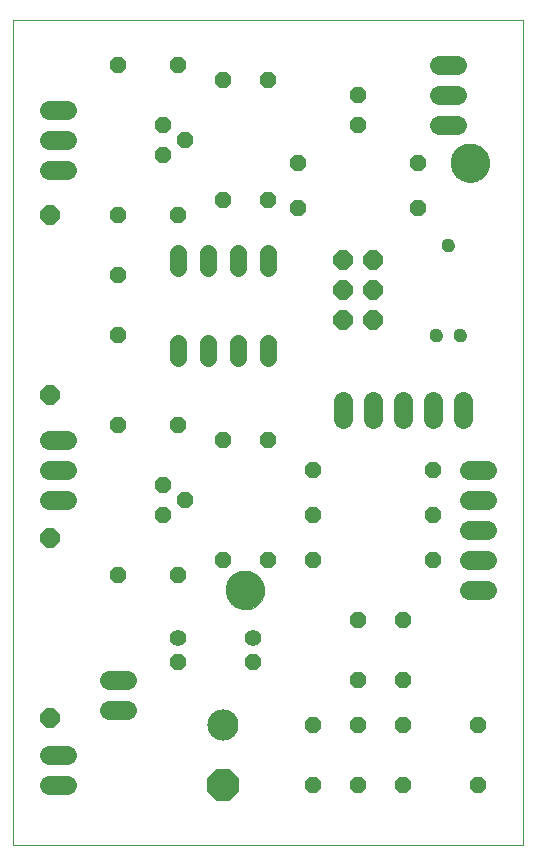
<source format=gbs>
G75*
G70*
%OFA0B0*%
%FSLAX24Y24*%
%IPPOS*%
%LPD*%
%AMOC8*
5,1,8,0,0,1.08239X$1,22.5*
%
%ADD10C,0.0000*%
%ADD11C,0.1300*%
%ADD12C,0.0640*%
%ADD13C,0.1040*%
%ADD14OC8,0.1040*%
%ADD15OC8,0.0560*%
%ADD16C,0.0560*%
%ADD17C,0.0560*%
%ADD18OC8,0.0640*%
%ADD19C,0.0440*%
D10*
X003003Y000151D02*
X003003Y027651D01*
X020003Y027651D01*
X019996Y000151D01*
X003003Y000151D01*
X010123Y008651D02*
X010125Y008701D01*
X010131Y008751D01*
X010141Y008800D01*
X010155Y008848D01*
X010172Y008895D01*
X010193Y008940D01*
X010218Y008984D01*
X010246Y009025D01*
X010278Y009064D01*
X010312Y009101D01*
X010349Y009135D01*
X010389Y009165D01*
X010431Y009192D01*
X010475Y009216D01*
X010521Y009237D01*
X010568Y009253D01*
X010616Y009266D01*
X010666Y009275D01*
X010715Y009280D01*
X010766Y009281D01*
X010816Y009278D01*
X010865Y009271D01*
X010914Y009260D01*
X010962Y009245D01*
X011008Y009227D01*
X011053Y009205D01*
X011096Y009179D01*
X011137Y009150D01*
X011176Y009118D01*
X011212Y009083D01*
X011244Y009045D01*
X011274Y009005D01*
X011301Y008962D01*
X011324Y008918D01*
X011343Y008872D01*
X011359Y008824D01*
X011371Y008775D01*
X011379Y008726D01*
X011383Y008676D01*
X011383Y008626D01*
X011379Y008576D01*
X011371Y008527D01*
X011359Y008478D01*
X011343Y008430D01*
X011324Y008384D01*
X011301Y008340D01*
X011274Y008297D01*
X011244Y008257D01*
X011212Y008219D01*
X011176Y008184D01*
X011137Y008152D01*
X011096Y008123D01*
X011053Y008097D01*
X011008Y008075D01*
X010962Y008057D01*
X010914Y008042D01*
X010865Y008031D01*
X010816Y008024D01*
X010766Y008021D01*
X010715Y008022D01*
X010666Y008027D01*
X010616Y008036D01*
X010568Y008049D01*
X010521Y008065D01*
X010475Y008086D01*
X010431Y008110D01*
X010389Y008137D01*
X010349Y008167D01*
X010312Y008201D01*
X010278Y008238D01*
X010246Y008277D01*
X010218Y008318D01*
X010193Y008362D01*
X010172Y008407D01*
X010155Y008454D01*
X010141Y008502D01*
X010131Y008551D01*
X010125Y008601D01*
X010123Y008651D01*
X016903Y017151D02*
X016905Y017179D01*
X016911Y017206D01*
X016920Y017232D01*
X016933Y017257D01*
X016950Y017280D01*
X016969Y017300D01*
X016991Y017317D01*
X017015Y017331D01*
X017041Y017341D01*
X017068Y017348D01*
X017096Y017351D01*
X017124Y017350D01*
X017151Y017345D01*
X017178Y017336D01*
X017203Y017324D01*
X017226Y017309D01*
X017247Y017290D01*
X017265Y017269D01*
X017280Y017245D01*
X017291Y017219D01*
X017299Y017193D01*
X017303Y017165D01*
X017303Y017137D01*
X017299Y017109D01*
X017291Y017083D01*
X017280Y017057D01*
X017265Y017033D01*
X017247Y017012D01*
X017226Y016993D01*
X017203Y016978D01*
X017178Y016966D01*
X017151Y016957D01*
X017124Y016952D01*
X017096Y016951D01*
X017068Y016954D01*
X017041Y016961D01*
X017015Y016971D01*
X016991Y016985D01*
X016969Y017002D01*
X016950Y017022D01*
X016933Y017045D01*
X016920Y017070D01*
X016911Y017096D01*
X016905Y017123D01*
X016903Y017151D01*
X017703Y017151D02*
X017705Y017179D01*
X017711Y017206D01*
X017720Y017232D01*
X017733Y017257D01*
X017750Y017280D01*
X017769Y017300D01*
X017791Y017317D01*
X017815Y017331D01*
X017841Y017341D01*
X017868Y017348D01*
X017896Y017351D01*
X017924Y017350D01*
X017951Y017345D01*
X017978Y017336D01*
X018003Y017324D01*
X018026Y017309D01*
X018047Y017290D01*
X018065Y017269D01*
X018080Y017245D01*
X018091Y017219D01*
X018099Y017193D01*
X018103Y017165D01*
X018103Y017137D01*
X018099Y017109D01*
X018091Y017083D01*
X018080Y017057D01*
X018065Y017033D01*
X018047Y017012D01*
X018026Y016993D01*
X018003Y016978D01*
X017978Y016966D01*
X017951Y016957D01*
X017924Y016952D01*
X017896Y016951D01*
X017868Y016954D01*
X017841Y016961D01*
X017815Y016971D01*
X017791Y016985D01*
X017769Y017002D01*
X017750Y017022D01*
X017733Y017045D01*
X017720Y017070D01*
X017711Y017096D01*
X017705Y017123D01*
X017703Y017151D01*
X017303Y020151D02*
X017305Y020179D01*
X017311Y020206D01*
X017320Y020232D01*
X017333Y020257D01*
X017350Y020280D01*
X017369Y020300D01*
X017391Y020317D01*
X017415Y020331D01*
X017441Y020341D01*
X017468Y020348D01*
X017496Y020351D01*
X017524Y020350D01*
X017551Y020345D01*
X017578Y020336D01*
X017603Y020324D01*
X017626Y020309D01*
X017647Y020290D01*
X017665Y020269D01*
X017680Y020245D01*
X017691Y020219D01*
X017699Y020193D01*
X017703Y020165D01*
X017703Y020137D01*
X017699Y020109D01*
X017691Y020083D01*
X017680Y020057D01*
X017665Y020033D01*
X017647Y020012D01*
X017626Y019993D01*
X017603Y019978D01*
X017578Y019966D01*
X017551Y019957D01*
X017524Y019952D01*
X017496Y019951D01*
X017468Y019954D01*
X017441Y019961D01*
X017415Y019971D01*
X017391Y019985D01*
X017369Y020002D01*
X017350Y020022D01*
X017333Y020045D01*
X017320Y020070D01*
X017311Y020096D01*
X017305Y020123D01*
X017303Y020151D01*
X017623Y022901D02*
X017625Y022951D01*
X017631Y023001D01*
X017641Y023050D01*
X017655Y023098D01*
X017672Y023145D01*
X017693Y023190D01*
X017718Y023234D01*
X017746Y023275D01*
X017778Y023314D01*
X017812Y023351D01*
X017849Y023385D01*
X017889Y023415D01*
X017931Y023442D01*
X017975Y023466D01*
X018021Y023487D01*
X018068Y023503D01*
X018116Y023516D01*
X018166Y023525D01*
X018215Y023530D01*
X018266Y023531D01*
X018316Y023528D01*
X018365Y023521D01*
X018414Y023510D01*
X018462Y023495D01*
X018508Y023477D01*
X018553Y023455D01*
X018596Y023429D01*
X018637Y023400D01*
X018676Y023368D01*
X018712Y023333D01*
X018744Y023295D01*
X018774Y023255D01*
X018801Y023212D01*
X018824Y023168D01*
X018843Y023122D01*
X018859Y023074D01*
X018871Y023025D01*
X018879Y022976D01*
X018883Y022926D01*
X018883Y022876D01*
X018879Y022826D01*
X018871Y022777D01*
X018859Y022728D01*
X018843Y022680D01*
X018824Y022634D01*
X018801Y022590D01*
X018774Y022547D01*
X018744Y022507D01*
X018712Y022469D01*
X018676Y022434D01*
X018637Y022402D01*
X018596Y022373D01*
X018553Y022347D01*
X018508Y022325D01*
X018462Y022307D01*
X018414Y022292D01*
X018365Y022281D01*
X018316Y022274D01*
X018266Y022271D01*
X018215Y022272D01*
X018166Y022277D01*
X018116Y022286D01*
X018068Y022299D01*
X018021Y022315D01*
X017975Y022336D01*
X017931Y022360D01*
X017889Y022387D01*
X017849Y022417D01*
X017812Y022451D01*
X017778Y022488D01*
X017746Y022527D01*
X017718Y022568D01*
X017693Y022612D01*
X017672Y022657D01*
X017655Y022704D01*
X017641Y022752D01*
X017631Y022801D01*
X017625Y022851D01*
X017623Y022901D01*
D11*
X018253Y022901D03*
X010753Y008651D03*
D12*
X006803Y005651D02*
X006203Y005651D01*
X006203Y004651D02*
X006803Y004651D01*
X004803Y003151D02*
X004203Y003151D01*
X004203Y002151D02*
X004803Y002151D01*
X004803Y011651D02*
X004203Y011651D01*
X004203Y012651D02*
X004803Y012651D01*
X004803Y013651D02*
X004203Y013651D01*
X004203Y022651D02*
X004803Y022651D01*
X004803Y023651D02*
X004203Y023651D01*
X004203Y024651D02*
X004803Y024651D01*
X014003Y014951D02*
X014003Y014351D01*
X015003Y014351D02*
X015003Y014951D01*
X016003Y014951D02*
X016003Y014351D01*
X017003Y014351D02*
X017003Y014951D01*
X018003Y014951D02*
X018003Y014351D01*
X018203Y012651D02*
X018803Y012651D01*
X018803Y011651D02*
X018203Y011651D01*
X018203Y010651D02*
X018803Y010651D01*
X018803Y009651D02*
X018203Y009651D01*
X018203Y008651D02*
X018803Y008651D01*
X017803Y024151D02*
X017203Y024151D01*
X017203Y025151D02*
X017803Y025151D01*
X017803Y026151D02*
X017203Y026151D01*
D13*
X010003Y004151D03*
D14*
X010003Y002151D03*
D15*
X013003Y002151D03*
X014503Y002151D03*
X014503Y004151D03*
X014503Y005651D03*
X014503Y007651D03*
X013003Y009651D03*
X013003Y011151D03*
X013003Y012651D03*
X011503Y013651D03*
X010003Y013651D03*
X008503Y014151D03*
X008003Y012151D03*
X008003Y011151D03*
X008753Y011651D03*
X010003Y009651D03*
X008503Y009151D03*
X006503Y009151D03*
X008503Y006251D03*
X011003Y006251D03*
X013003Y004151D03*
X016003Y004151D03*
X016003Y005651D03*
X016003Y007651D03*
X017003Y009651D03*
X017003Y011151D03*
X017003Y012651D03*
X011503Y009651D03*
X006503Y014151D03*
X006503Y017151D03*
X006503Y019151D03*
X006503Y021151D03*
X008003Y023151D03*
X008003Y024151D03*
X008753Y023651D03*
X010003Y025651D03*
X008503Y026151D03*
X006503Y026151D03*
X010003Y021651D03*
X008503Y021151D03*
X011503Y021651D03*
X012503Y021401D03*
X012503Y022901D03*
X014503Y024151D03*
X014503Y025151D03*
X016503Y022901D03*
X016503Y021401D03*
X011503Y025651D03*
X018503Y004151D03*
X018503Y002151D03*
X016003Y002151D03*
D16*
X011003Y007051D03*
X008503Y007051D03*
D17*
X008503Y016391D02*
X008503Y016911D01*
X009503Y016911D02*
X009503Y016391D01*
X010503Y016391D02*
X010503Y016911D01*
X011503Y016911D02*
X011503Y016391D01*
X011503Y019391D02*
X011503Y019911D01*
X010503Y019911D02*
X010503Y019391D01*
X009503Y019391D02*
X009503Y019911D01*
X008503Y019911D02*
X008503Y019391D01*
D18*
X004253Y021151D03*
X004253Y015151D03*
X004253Y010401D03*
X004253Y004401D03*
X014003Y017651D03*
X014003Y018651D03*
X014003Y019651D03*
X015003Y019651D03*
X015003Y018651D03*
X015003Y017651D03*
D19*
X017103Y017151D03*
X017903Y017151D03*
X017503Y020151D03*
M02*

</source>
